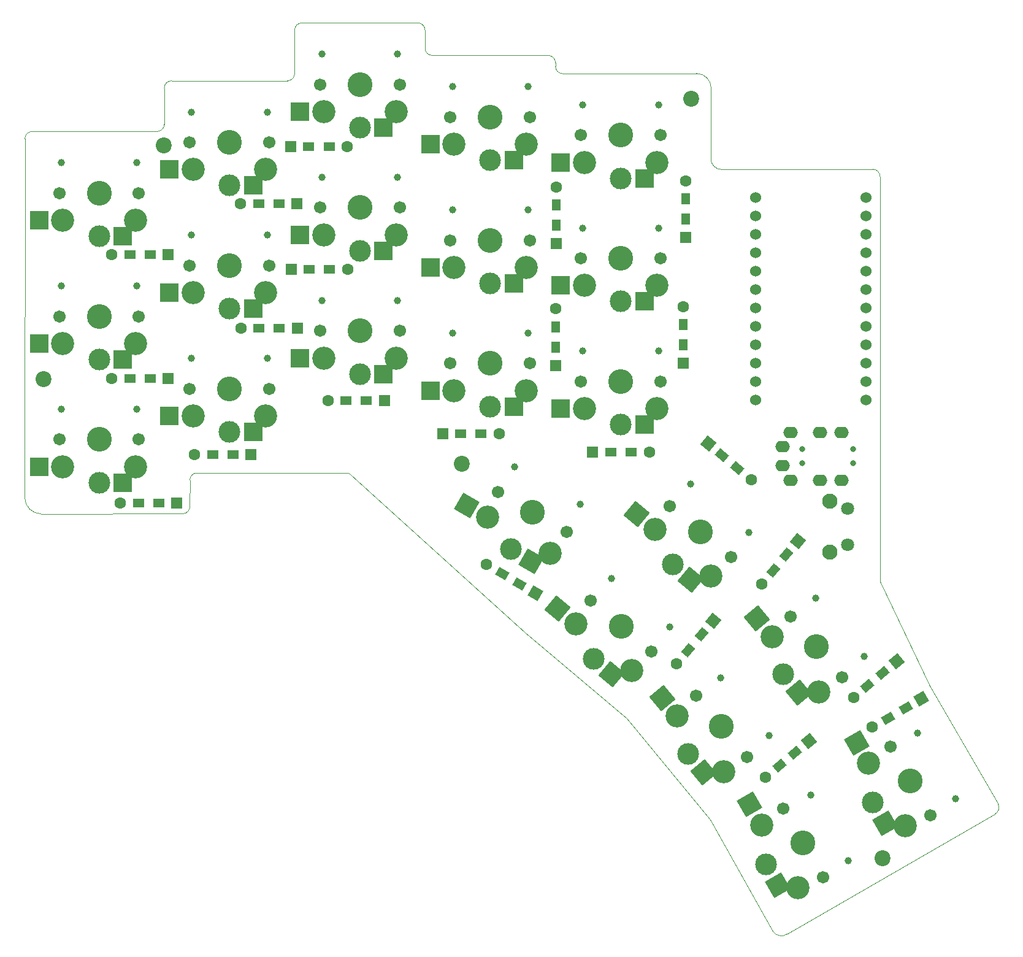
<source format=gbs>
G04 #@! TF.GenerationSoftware,KiCad,Pcbnew,7.0.1-0*
G04 #@! TF.CreationDate,2023-04-27T21:51:22+02:00*
G04 #@! TF.ProjectId,helicoprion,68656c69-636f-4707-9269-6f6e2e6b6963,rev?*
G04 #@! TF.SameCoordinates,Original*
G04 #@! TF.FileFunction,Soldermask,Bot*
G04 #@! TF.FilePolarity,Negative*
%FSLAX46Y46*%
G04 Gerber Fmt 4.6, Leading zero omitted, Abs format (unit mm)*
G04 Created by KiCad (PCBNEW 7.0.1-0) date 2023-04-27 21:51:22*
%MOMM*%
%LPD*%
G01*
G04 APERTURE LIST*
G04 Aperture macros list*
%AMRotRect*
0 Rectangle, with rotation*
0 The origin of the aperture is its center*
0 $1 length*
0 $2 width*
0 $3 Rotation angle, in degrees counterclockwise*
0 Add horizontal line*
21,1,$1,$2,0,0,$3*%
G04 Aperture macros list end*
%ADD10C,1.701800*%
%ADD11C,0.990600*%
%ADD12C,3.429000*%
%ADD13C,3.000000*%
%ADD14C,3.200000*%
%ADD15R,2.600000X2.600000*%
%ADD16RotRect,2.600000X2.600000X300.000000*%
%ADD17C,1.800000*%
%ADD18C,2.100000*%
%ADD19RotRect,1.600000X1.200000X140.000000*%
%ADD20RotRect,1.600000X1.600000X140.000000*%
%ADD21C,1.600000*%
%ADD22R,1.600000X1.200000*%
%ADD23R,1.600000X1.600000*%
%ADD24C,2.200000*%
%ADD25R,1.200000X1.600000*%
%ADD26RotRect,2.600000X2.600000X320.000000*%
%ADD27RotRect,1.600000X1.200000X50.000000*%
%ADD28RotRect,1.600000X1.600000X50.000000*%
%ADD29RotRect,2.600000X2.600000X310.000000*%
%ADD30RotRect,1.600000X1.200000X330.000000*%
%ADD31RotRect,1.600000X1.600000X330.000000*%
%ADD32C,1.524000*%
%ADD33RotRect,1.600000X1.200000X30.000000*%
%ADD34RotRect,1.600000X1.600000X30.000000*%
%ADD35C,0.800000*%
%ADD36O,2.000000X1.600000*%
%ADD37RotRect,2.600000X2.600000X330.000000*%
%ADD38RotRect,1.600000X1.200000X40.000000*%
%ADD39RotRect,1.600000X1.600000X40.000000*%
G04 #@! TA.AperFunction,Profile*
%ADD40C,0.100000*%
G04 #@! TD*
G04 APERTURE END LIST*
D10*
X66000000Y-80000000D03*
D11*
X66280000Y-75800000D03*
D12*
X71500000Y-80000000D03*
D13*
X71500000Y-85950000D03*
D11*
X76720000Y-75800000D03*
D10*
X77000000Y-80000000D03*
D14*
X66500000Y-83750000D03*
D15*
X74775000Y-85950000D03*
D14*
X76500000Y-83750000D03*
D15*
X63225000Y-83750000D03*
D10*
X180750000Y-122376860D03*
D11*
X184527307Y-120519347D03*
D12*
X183500000Y-127140000D03*
D13*
X178347149Y-130115000D03*
D11*
X189747307Y-129560653D03*
D10*
X186250000Y-131903140D03*
D14*
X177752405Y-124684873D03*
D16*
X179984649Y-132951233D03*
D14*
X182752405Y-133345127D03*
D16*
X176114905Y-121848640D03*
D17*
X174870000Y-94550000D03*
X174870000Y-89550000D03*
D18*
X172370000Y-88550000D03*
X172370000Y-95550000D03*
D19*
X157491071Y-82163630D03*
D20*
X155575960Y-80556661D03*
D21*
X161551106Y-85570405D03*
D19*
X159635995Y-83963436D03*
D10*
X138000000Y-38000000D03*
D11*
X138280000Y-33800000D03*
D12*
X143500000Y-38000000D03*
D13*
X143500000Y-43950000D03*
D11*
X148720000Y-33800000D03*
D10*
X149000000Y-38000000D03*
D14*
X138500000Y-41750000D03*
D15*
X146775000Y-43950000D03*
D14*
X148500000Y-41750000D03*
D15*
X135225000Y-41750000D03*
D22*
X79730000Y-88740000D03*
D23*
X82230000Y-88740000D03*
D21*
X74430000Y-88740000D03*
D22*
X76930000Y-88740000D03*
D24*
X179680000Y-137820000D03*
D10*
X102000000Y-31000000D03*
D11*
X102280000Y-26800000D03*
D12*
X107500000Y-31000000D03*
D13*
X107500000Y-36950000D03*
D11*
X112720000Y-26800000D03*
D10*
X113000000Y-31000000D03*
D14*
X102500000Y-34750000D03*
D15*
X110775000Y-36950000D03*
D14*
X112500000Y-34750000D03*
D15*
X99225000Y-34750000D03*
D25*
X134580000Y-50430000D03*
D23*
X134580000Y-52930000D03*
D21*
X134580000Y-45130000D03*
D25*
X134580000Y-47630000D03*
X152470000Y-49590000D03*
D23*
X152470000Y-52090000D03*
D21*
X152470000Y-44290000D03*
D25*
X152470000Y-46790000D03*
D10*
X150286756Y-89184668D03*
D11*
X153200956Y-86147262D03*
D12*
X154500000Y-92720000D03*
D13*
X150675414Y-97277964D03*
D11*
X161198460Y-92857965D03*
D10*
X158713244Y-96255332D03*
D14*
X148259324Y-92378729D03*
D26*
X153184209Y-99383094D03*
D14*
X155919769Y-98806605D03*
D26*
X145750529Y-90273599D03*
D22*
X78540000Y-71570000D03*
D23*
X81040000Y-71570000D03*
D21*
X73240000Y-71570000D03*
D22*
X75740000Y-71570000D03*
D27*
X166406370Y-95911071D03*
D28*
X168013339Y-93995960D03*
D21*
X162999595Y-99971106D03*
D27*
X164606564Y-98055995D03*
D10*
X166994668Y-104396756D03*
D11*
X170392035Y-101911540D03*
D12*
X170530000Y-108610000D03*
D13*
X165972036Y-112434586D03*
D11*
X177102738Y-109909044D03*
D10*
X174065332Y-112823244D03*
D14*
X164443395Y-107190231D03*
D29*
X168077165Y-114943382D03*
D14*
X170871271Y-114850676D03*
D29*
X162338266Y-104681436D03*
D10*
X84000000Y-56000000D03*
D11*
X84280000Y-51800000D03*
D12*
X89500000Y-56000000D03*
D13*
X89500000Y-61950000D03*
D11*
X94720000Y-51800000D03*
D10*
X95000000Y-56000000D03*
D14*
X84500000Y-59750000D03*
D15*
X92775000Y-61950000D03*
D14*
X94500000Y-59750000D03*
D15*
X81225000Y-59750000D03*
D22*
X89990000Y-82120000D03*
D23*
X92490000Y-82120000D03*
D21*
X84690000Y-82120000D03*
D22*
X87190000Y-82120000D03*
D30*
X129552436Y-99930000D03*
D31*
X131717499Y-101180000D03*
D21*
X124962501Y-97280000D03*
D30*
X127127564Y-98530000D03*
D10*
X138000000Y-72000000D03*
D11*
X138280000Y-67800000D03*
D12*
X143500000Y-72000000D03*
D13*
X143500000Y-77950000D03*
D11*
X148720000Y-67800000D03*
D10*
X149000000Y-72000000D03*
D14*
X138500000Y-75750000D03*
D15*
X146775000Y-77950000D03*
D14*
X148500000Y-75750000D03*
D15*
X135225000Y-75750000D03*
D25*
X152170000Y-66940000D03*
D23*
X152170000Y-69440000D03*
D21*
X152170000Y-61640000D03*
D25*
X152170000Y-64140000D03*
D24*
X153240000Y-32980000D03*
X63870000Y-71660000D03*
D10*
X165940000Y-130906860D03*
D11*
X169717307Y-129049347D03*
D12*
X168690000Y-135670000D03*
D13*
X163537149Y-138645000D03*
D11*
X174937307Y-138090653D03*
D10*
X171440000Y-140433140D03*
D14*
X162942405Y-133214873D03*
D16*
X165174649Y-141481233D03*
D14*
X167942405Y-141875127D03*
D16*
X161304905Y-130378640D03*
D22*
X96370000Y-64640000D03*
D23*
X98870000Y-64640000D03*
D21*
X91070000Y-64640000D03*
D22*
X93570000Y-64640000D03*
D10*
X102000000Y-48000000D03*
D11*
X102280000Y-43800000D03*
D12*
X107500000Y-48000000D03*
D13*
X107500000Y-53950000D03*
D11*
X112720000Y-43800000D03*
D10*
X113000000Y-48000000D03*
D14*
X102500000Y-51750000D03*
D15*
X110775000Y-53950000D03*
D14*
X112500000Y-51750000D03*
D15*
X99225000Y-51750000D03*
D32*
X177348200Y-46580000D03*
X177348200Y-49120000D03*
X177348200Y-51660000D03*
X177348200Y-54200000D03*
X177348200Y-56740000D03*
X177348200Y-59280000D03*
X177348200Y-61820000D03*
X177348200Y-64360000D03*
X177348200Y-66900000D03*
X177348200Y-69440000D03*
X177348200Y-71980000D03*
X177348200Y-74520000D03*
X162128200Y-74520000D03*
X162128200Y-71980000D03*
X162128200Y-69440000D03*
X162128200Y-66900000D03*
X162128200Y-64360000D03*
X162128200Y-61820000D03*
X162128200Y-59280000D03*
X162128200Y-56740000D03*
X162128200Y-54200000D03*
X162128200Y-51660000D03*
X162128200Y-49120000D03*
X162128200Y-46580000D03*
D10*
X102000000Y-65000000D03*
D11*
X102280000Y-60800000D03*
D12*
X107500000Y-65000000D03*
D13*
X107500000Y-70950000D03*
D11*
X112720000Y-60800000D03*
D10*
X113000000Y-65000000D03*
D14*
X102500000Y-68750000D03*
D15*
X110775000Y-70950000D03*
D14*
X112500000Y-68750000D03*
D15*
X99225000Y-68750000D03*
D22*
X108380000Y-74600000D03*
D23*
X110880000Y-74600000D03*
D21*
X103080000Y-74600000D03*
D22*
X105580000Y-74600000D03*
D27*
X154659903Y-106907538D03*
D28*
X156266872Y-104992427D03*
D21*
X151253128Y-110967573D03*
D27*
X152860097Y-109052462D03*
D10*
X66000000Y-63000000D03*
D11*
X66280000Y-58800000D03*
D12*
X71500000Y-63000000D03*
D13*
X71500000Y-68950000D03*
D11*
X76720000Y-58800000D03*
D10*
X77000000Y-63000000D03*
D14*
X66500000Y-66750000D03*
D15*
X74775000Y-68950000D03*
D14*
X76500000Y-66750000D03*
D15*
X63225000Y-66750000D03*
D10*
X138000000Y-55000000D03*
D11*
X138280000Y-50800000D03*
D12*
X143500000Y-55000000D03*
D13*
X143500000Y-60950000D03*
D11*
X148720000Y-50800000D03*
D10*
X149000000Y-55000000D03*
D14*
X138500000Y-58750000D03*
D15*
X146775000Y-60950000D03*
D14*
X148500000Y-58750000D03*
D15*
X135225000Y-58750000D03*
D10*
X120000000Y-52500000D03*
D11*
X120280000Y-48300000D03*
D12*
X125500000Y-52500000D03*
D13*
X125500000Y-58450000D03*
D11*
X130720000Y-48300000D03*
D10*
X131000000Y-52500000D03*
D14*
X120500000Y-56250000D03*
D15*
X128775000Y-58450000D03*
D14*
X130500000Y-56250000D03*
D15*
X117225000Y-56250000D03*
D33*
X182852436Y-117060000D03*
D34*
X185017499Y-115810000D03*
D21*
X178262501Y-119710000D03*
D33*
X180427564Y-118460000D03*
D10*
X120000000Y-69500000D03*
D11*
X120280000Y-65300000D03*
D12*
X125500000Y-69500000D03*
D13*
X125500000Y-75450000D03*
D11*
X130720000Y-65300000D03*
D10*
X131000000Y-69500000D03*
D14*
X120500000Y-73250000D03*
D15*
X128775000Y-75450000D03*
D14*
X130500000Y-73250000D03*
D15*
X117225000Y-73250000D03*
D24*
X121610000Y-83360000D03*
D35*
X175600000Y-83300000D03*
X168600000Y-83300000D03*
D36*
X165900000Y-81000000D03*
X167000000Y-85600000D03*
X171000000Y-85600000D03*
X174000000Y-85600000D03*
D22*
X100450000Y-39620000D03*
D23*
X97950000Y-39620000D03*
D21*
X105750000Y-39620000D03*
D22*
X103250000Y-39620000D03*
D10*
X126553720Y-87250000D03*
D11*
X128896207Y-83752693D03*
D12*
X131316860Y-90000000D03*
D13*
X128341860Y-95152851D03*
D11*
X137937513Y-88972693D03*
D10*
X136080000Y-92750000D03*
D14*
X125111733Y-90747595D03*
D37*
X131178093Y-96790351D03*
D14*
X133771987Y-95747595D03*
D37*
X122275500Y-89110095D03*
D22*
X96320000Y-47430000D03*
D23*
X98820000Y-47430000D03*
D21*
X91020000Y-47430000D03*
D22*
X93520000Y-47430000D03*
D38*
X179702462Y-112190097D03*
D39*
X181617573Y-110583128D03*
D21*
X175642427Y-115596872D03*
D38*
X177557538Y-113989903D03*
D10*
X84000000Y-39000000D03*
D11*
X84280000Y-34800000D03*
D12*
X89500000Y-39000000D03*
D13*
X89500000Y-44950000D03*
D11*
X94720000Y-34800000D03*
D10*
X95000000Y-39000000D03*
D14*
X84500000Y-42750000D03*
D15*
X92775000Y-44950000D03*
D14*
X94500000Y-42750000D03*
D15*
X81225000Y-42750000D03*
D10*
X66000000Y-46000000D03*
D11*
X66280000Y-41800000D03*
D12*
X71500000Y-46000000D03*
D13*
X71500000Y-51950000D03*
D11*
X76720000Y-41800000D03*
D10*
X77000000Y-46000000D03*
D14*
X66500000Y-49750000D03*
D15*
X74775000Y-51950000D03*
D14*
X76500000Y-49750000D03*
D15*
X63225000Y-49750000D03*
D22*
X142155000Y-81755000D03*
D23*
X139655000Y-81755000D03*
D21*
X147455000Y-81755000D03*
D22*
X144955000Y-81755000D03*
D10*
X120000000Y-35500000D03*
D11*
X120280000Y-31300000D03*
D12*
X125500000Y-35500000D03*
D13*
X125500000Y-41450000D03*
D11*
X130720000Y-31300000D03*
D10*
X131000000Y-35500000D03*
D14*
X120500000Y-39250000D03*
D15*
X128775000Y-41450000D03*
D14*
X130500000Y-39250000D03*
D15*
X117225000Y-39250000D03*
D22*
X121430000Y-79220000D03*
D23*
X118930000Y-79220000D03*
D21*
X126730000Y-79220000D03*
D22*
X124230000Y-79220000D03*
D25*
X134510000Y-67270000D03*
D23*
X134510000Y-69770000D03*
D21*
X134510000Y-61970000D03*
D25*
X134510000Y-64470000D03*
D22*
X100530000Y-56530000D03*
D23*
X98030000Y-56530000D03*
D21*
X105830000Y-56530000D03*
D22*
X103330000Y-56530000D03*
D10*
X84000000Y-73000000D03*
D11*
X84280000Y-68800000D03*
D12*
X89500000Y-73000000D03*
D13*
X89500000Y-78950000D03*
D11*
X94720000Y-68800000D03*
D10*
X95000000Y-73000000D03*
D14*
X84500000Y-76750000D03*
D15*
X92775000Y-78950000D03*
D14*
X94500000Y-76750000D03*
D15*
X81225000Y-76750000D03*
D22*
X78550000Y-54510000D03*
D23*
X81050000Y-54510000D03*
D21*
X73250000Y-54510000D03*
D22*
X75750000Y-54510000D03*
D38*
X167572462Y-123240097D03*
D39*
X169487573Y-121633128D03*
D21*
X163512427Y-126646872D03*
D38*
X165427538Y-125039903D03*
D24*
X80470000Y-39450000D03*
D10*
X139356756Y-102224668D03*
D11*
X142270956Y-99187262D03*
D12*
X143570000Y-105760000D03*
D13*
X139745414Y-110317964D03*
D11*
X150268460Y-105897965D03*
D10*
X147783244Y-109295332D03*
D14*
X137329324Y-105418729D03*
D26*
X142254209Y-112423094D03*
D14*
X144989769Y-111846605D03*
D26*
X134820529Y-103313599D03*
D10*
X153884668Y-115376756D03*
D11*
X157282035Y-112891540D03*
D12*
X157420000Y-119590000D03*
D13*
X152862036Y-123414586D03*
D11*
X163992738Y-120889044D03*
D10*
X160955332Y-123803244D03*
D14*
X151333395Y-118170231D03*
D29*
X154967165Y-125923382D03*
D14*
X157761271Y-125830676D03*
D29*
X149228266Y-115661436D03*
D35*
X168599997Y-81299999D03*
X175599997Y-81299999D03*
D36*
X165899997Y-83599999D03*
X166999997Y-78999999D03*
X170999997Y-78999999D03*
X173999997Y-78999999D03*
D40*
X79500000Y-37500000D02*
G75*
G03*
X80500000Y-36500000I0J1000000D01*
G01*
X61238061Y-88001939D02*
X61257107Y-38497107D01*
X130300000Y-106620000D02*
X144380000Y-118530000D01*
X178310000Y-42700000D02*
X157452107Y-42742893D01*
X195149465Y-131707616D02*
X166560366Y-148228728D01*
X155952107Y-41242893D02*
G75*
G03*
X157452107Y-42742893I1499993J-7D01*
G01*
X179310000Y-43700000D02*
X179280000Y-99580000D01*
X130300000Y-106620000D02*
X106247735Y-84836977D01*
X80500000Y-31500000D02*
X80500000Y-36500000D01*
X79500000Y-37500000D02*
X62257107Y-37497107D01*
X81500000Y-30500000D02*
G75*
G03*
X80500000Y-31500000I0J-1000000D01*
G01*
X195633153Y-130378690D02*
X186206846Y-114001309D01*
X133500000Y-27000000D02*
X117500000Y-27000000D01*
X83120000Y-90250000D02*
X63498061Y-90261939D01*
X116500000Y-23500000D02*
G75*
G03*
X115500000Y-22500000I-1000000J0D01*
G01*
X134500000Y-28500000D02*
G75*
G03*
X135500000Y-29500000I1000000J0D01*
G01*
X134500000Y-28500000D02*
X134500000Y-28000000D01*
X155952107Y-41242893D02*
X155987893Y-31477107D01*
X84029039Y-89166652D02*
X84029997Y-85609994D01*
X116500000Y-26000000D02*
X116500000Y-23500000D01*
X83120003Y-90250034D02*
G75*
G03*
X84029039Y-89166652I-87203J996234D01*
G01*
X97500000Y-30500000D02*
X81500000Y-30500000D01*
X62257107Y-37497107D02*
G75*
G03*
X61257107Y-38497107I-7J-999993D01*
G01*
X134500000Y-28000000D02*
G75*
G03*
X133500000Y-27000000I-1000000J0D01*
G01*
X164471273Y-147860366D02*
G75*
G03*
X166560366Y-148228727I1228727J860366D01*
G01*
X186206846Y-114001309D02*
X179280000Y-99580000D01*
X155890000Y-132490000D02*
X164471272Y-147860366D01*
X115500000Y-22500000D02*
X99500000Y-22500000D01*
X106247758Y-84836949D02*
G75*
G03*
X105579997Y-84629994I-587158J-713751D01*
G01*
X144380000Y-118530000D02*
X155890000Y-132490000D01*
X85029996Y-84609997D02*
G75*
G03*
X84029997Y-85609994I4J-1000003D01*
G01*
X195149469Y-131707625D02*
G75*
G03*
X195633153Y-130378690I-422669J906325D01*
G01*
X155987893Y-31477107D02*
G75*
G03*
X153987893Y-29477107I-1999993J7D01*
G01*
X153987893Y-29477107D02*
X135500000Y-29500000D01*
X116500000Y-26000000D02*
G75*
G03*
X117500000Y-27000000I1000000J0D01*
G01*
X179310000Y-43700000D02*
G75*
G03*
X178310000Y-42700000I-1000000J0D01*
G01*
X61238061Y-88001939D02*
G75*
G03*
X63498061Y-90261939I2260039J39D01*
G01*
X98500000Y-23500000D02*
X98500000Y-29500000D01*
X97500000Y-30500000D02*
G75*
G03*
X98500000Y-29500000I0J1000000D01*
G01*
X85029996Y-84610000D02*
X105579997Y-84629994D01*
X99500000Y-22500000D02*
G75*
G03*
X98500000Y-23500000I0J-1000000D01*
G01*
M02*

</source>
